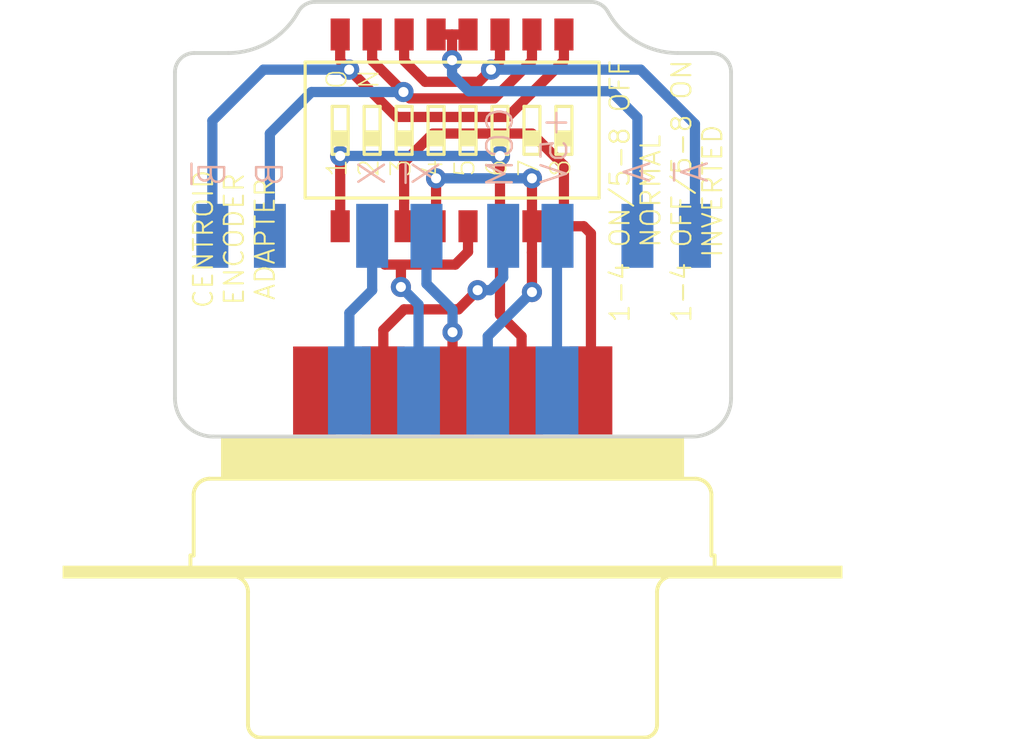
<source format=kicad_pcb>
(kicad_pcb (version 20171130) (host pcbnew "(5.0.0)")

  (general
    (thickness 1.6)
    (drawings 16)
    (tracks 96)
    (zones 0)
    (modules 10)
    (nets 14)
  )

  (page A4)
  (layers
    (0 Top signal)
    (31 Bottom signal)
    (32 B.Adhes user hide)
    (33 F.Adhes user hide)
    (34 B.Paste user hide)
    (35 F.Paste user hide)
    (36 B.SilkS user)
    (37 F.SilkS user)
    (38 B.Mask user hide)
    (39 F.Mask user hide)
    (40 Dwgs.User user hide)
    (41 Cmts.User user hide)
    (42 Eco1.User user hide)
    (43 Eco2.User user hide)
    (44 Edge.Cuts user)
    (45 Margin user hide)
    (46 B.CrtYd user hide)
    (47 F.CrtYd user hide)
    (48 B.Fab user hide)
    (49 F.Fab user hide)
  )

  (setup
    (last_trace_width 0.4064)
    (trace_clearance 0.254)
    (zone_clearance 0.508)
    (zone_45_only no)
    (trace_min 0.2)
    (segment_width 0.2)
    (edge_width 0.15)
    (via_size 0.8)
    (via_drill 0.4)
    (via_min_size 0.4)
    (via_min_drill 0.3)
    (uvia_size 0.3)
    (uvia_drill 0.1)
    (uvias_allowed no)
    (uvia_min_size 0.2)
    (uvia_min_drill 0.1)
    (pcb_text_width 0.3)
    (pcb_text_size 1.5 1.5)
    (mod_edge_width 0.15)
    (mod_text_size 1 1)
    (mod_text_width 0.15)
    (pad_size 1.524 1.524)
    (pad_drill 0.762)
    (pad_to_mask_clearance 0.2)
    (aux_axis_origin 0 0)
    (visible_elements 7FFFFFFF)
    (pcbplotparams
      (layerselection 0x010fc_ffffffff)
      (usegerberextensions false)
      (usegerberattributes false)
      (usegerberadvancedattributes false)
      (creategerberjobfile false)
      (excludeedgelayer true)
      (linewidth 0.100000)
      (plotframeref false)
      (viasonmask false)
      (mode 1)
      (useauxorigin false)
      (hpglpennumber 1)
      (hpglpenspeed 20)
      (hpglpendiameter 15.000000)
      (psnegative false)
      (psa4output false)
      (plotreference true)
      (plotvalue true)
      (plotinvisibletext false)
      (padsonsilk false)
      (subtractmaskfromsilk false)
      (outputformat 1)
      (mirror false)
      (drillshape 1)
      (scaleselection 1)
      (outputdirectory ""))
  )

  (net 0 "")
  (net 1 "Net-(S1-Pad11)")
  (net 2 "Net-(X1-Pad1)")
  (net 3 "Net-(+5V1-Pad1)")
  (net 4 "Net-(COM1-Pad1)")
  (net 5 "Net-(B1-Pad1)")
  (net 6 "Net-(A1-Pad1)")
  (net 7 "Net-(S1-Pad16)")
  (net 8 "Net-(S1-Pad3)")
  (net 9 "Net-(S1-Pad4)")
  (net 10 "Net-(S1-Pad1)")
  (net 11 "Net-(S1-Pad2)")
  (net 12 "Net-(X1-Pad6)")
  (net 13 "Net-(X1-Pad3)")

  (net_class Default "This is the default net class."
    (clearance 0.254)
    (trace_width 0.4064)
    (via_dia 0.8)
    (via_drill 0.4)
    (uvia_dia 0.3)
    (uvia_drill 0.1)
    (add_net "Net-(+5V1-Pad1)")
    (add_net "Net-(A1-Pad1)")
    (add_net "Net-(B1-Pad1)")
    (add_net "Net-(COM1-Pad1)")
    (add_net "Net-(S1-Pad1)")
    (add_net "Net-(S1-Pad11)")
    (add_net "Net-(S1-Pad16)")
    (add_net "Net-(S1-Pad2)")
    (add_net "Net-(S1-Pad3)")
    (add_net "Net-(S1-Pad4)")
    (add_net "Net-(X1-Pad1)")
    (add_net "Net-(X1-Pad3)")
    (add_net "Net-(X1-Pad6)")
  )

  (module "Encoder Inverting Connector:SMD1,27-2,54" (layer Bottom) (tedit 5BB2638C) (tstamp 5BC1945E)
    (at 152.654 105.664)
    (descr "<b>SMD PAD</b>")
    (path /114EFE9F)
    (fp_text reference +5V (at 0.47 -5.194 90) (layer B.SilkS)
      (effects (font (size 1.016 1.016) (thickness 0.09652)) (justify left bottom mirror))
    )
    (fp_text value SMD2 (at 0 0 180) (layer B.Fab)
      (effects (font (size 0.02413 0.02413) (thickness 0.00193)) (justify left bottom mirror))
    )
    (pad 1 smd rect (at 0 0) (size 1.27 2.54) (layers Bottom B.Paste B.Mask)
      (net 3 "Net-(+5V1-Pad1)") (solder_mask_margin 0.1016))
  )

  (module "Encoder Inverting Connector:SMD1,27-2,54" (layer Bottom) (tedit 5BB26397) (tstamp 5BC19482)
    (at 155.829 105.664)
    (descr "<b>SMD PAD</b>")
    (path /90959FF9)
    (fp_text reference A (at 0.597 -3.035 90) (layer B.SilkS)
      (effects (font (size 1.016 1.016) (thickness 0.09652)) (justify left bottom mirror))
    )
    (fp_text value SMD2 (at 0 0 180) (layer B.Fab)
      (effects (font (size 0.02413 0.02413) (thickness 0.00193)) (justify left bottom mirror))
    )
    (pad 1 smd rect (at 0 0) (size 1.27 2.54) (layers Bottom B.Paste B.Mask)
      (net 6 "Net-(A1-Pad1)") (solder_mask_margin 0.1016))
  )

  (module "Encoder Inverting Connector:SMD1,27-2,54" (layer Bottom) (tedit 5BB26366) (tstamp 5BC19542)
    (at 141.224 105.664)
    (descr "<b>SMD PAD</b>")
    (path /076DD394)
    (fp_text reference B (at 0.597 -3.035 90) (layer B.SilkS)
      (effects (font (size 1.016 1.016) (thickness 0.09652)) (justify left bottom mirror))
    )
    (fp_text value SMD2 (at 0 0 180) (layer B.Fab)
      (effects (font (size 0.02413 0.02413) (thickness 0.00193)) (justify left bottom mirror))
    )
    (pad 1 smd rect (at 0 0) (size 1.27 2.54) (layers Bottom B.Paste B.Mask)
      (net 5 "Net-(B1-Pad1)") (solder_mask_margin 0.1016))
  )

  (module "Encoder Inverting Connector:SMD1,27-2,54" (layer Bottom) (tedit 5BB26382) (tstamp 5BC19476)
    (at 150.495 105.664)
    (descr "<b>SMD PAD</b>")
    (path /2FC8A886)
    (fp_text reference COM (at 0.47 -5.194 90) (layer B.SilkS)
      (effects (font (size 1.016 1.016) (thickness 0.09652)) (justify left bottom mirror))
    )
    (fp_text value SMD2 (at 0 0 180) (layer B.Fab)
      (effects (font (size 0.02413 0.02413) (thickness 0.00193)) (justify left bottom mirror))
    )
    (pad 1 smd rect (at 0 0) (size 1.27 2.54) (layers Bottom B.Paste B.Mask)
      (net 4 "Net-(COM1-Pad1)") (solder_mask_margin 0.1016))
  )

  (module "Encoder Inverting Connector:CHS-08B" (layer Top) (tedit 0) (tstamp 5BC195C3)
    (at 144.018 101.473)
    (descr "8 bits, gull wing")
    (path /F0F08ACE)
    (fp_text reference S1 (at -1.905 2.54 90) (layer F.SilkS) hide
      (effects (font (size 1.2065 1.2065) (thickness 0.1016)) (justify right top))
    )
    (fp_text value CHS-08TB (at 12.065 2.54 90) (layer F.Fab) hide
      (effects (font (size 1.2065 1.2065) (thickness 0.1016)) (justify right top))
    )
    (fp_line (start -1.3918 2.688) (end 10.2882 2.688) (layer F.SilkS) (width 0.127))
    (fp_line (start 10.2882 2.688) (end 10.2882 -2.712) (layer F.SilkS) (width 0.127))
    (fp_line (start 10.2882 -2.712) (end -1.3918 -2.712) (layer F.SilkS) (width 0.127))
    (fp_line (start -1.3918 -2.712) (end -1.3918 2.688) (layer F.SilkS) (width 0.127))
    (fp_line (start -0.3175 -0.9525) (end 0.3175 -0.9525) (layer F.SilkS) (width 0.127))
    (fp_line (start 0.3175 -0.9525) (end 0.3175 0.9525) (layer F.SilkS) (width 0.127))
    (fp_line (start 0.3175 0.9525) (end -0.3175 0.9525) (layer F.SilkS) (width 0.127))
    (fp_line (start -0.3175 0.9525) (end -0.3175 -0.9525) (layer F.SilkS) (width 0.127))
    (fp_line (start 0.9525 -0.9525) (end 1.5875 -0.9525) (layer F.SilkS) (width 0.127))
    (fp_line (start 1.5875 -0.9525) (end 1.5875 0.9525) (layer F.SilkS) (width 0.127))
    (fp_line (start 1.5875 0.9525) (end 0.9525 0.9525) (layer F.SilkS) (width 0.127))
    (fp_line (start 0.9525 0.9525) (end 0.9525 -0.9525) (layer F.SilkS) (width 0.127))
    (fp_line (start 0.127 -3.937) (end 0.127 -2.794) (layer F.Fab) (width 0.127))
    (fp_line (start 0.127 -3.937) (end -0.127 -3.937) (layer F.Fab) (width 0.127))
    (fp_line (start -0.127 -3.937) (end -0.127 -2.794) (layer F.Fab) (width 0.127))
    (fp_line (start 1.143 -2.794) (end 1.143 -3.937) (layer F.Fab) (width 0.127))
    (fp_line (start 1.143 -3.937) (end 1.397 -3.937) (layer F.Fab) (width 0.127))
    (fp_line (start 1.397 -3.937) (end 1.397 -2.794) (layer F.Fab) (width 0.127))
    (fp_line (start -0.127 2.794) (end -0.127 3.937) (layer F.Fab) (width 0.127))
    (fp_line (start -0.127 3.937) (end 0.127 3.937) (layer F.Fab) (width 0.127))
    (fp_line (start 0.127 3.937) (end 0.127 2.794) (layer F.Fab) (width 0.127))
    (fp_line (start 1.143 2.794) (end 1.143 3.937) (layer F.Fab) (width 0.127))
    (fp_line (start 1.143 3.937) (end 1.397 3.937) (layer F.Fab) (width 0.127))
    (fp_line (start 1.397 3.937) (end 1.397 2.794) (layer F.Fab) (width 0.127))
    (fp_line (start 2.667 -3.937) (end 2.667 -2.794) (layer F.Fab) (width 0.127))
    (fp_line (start 2.667 -3.937) (end 2.413 -3.937) (layer F.Fab) (width 0.127))
    (fp_line (start 2.413 -3.937) (end 2.413 -2.794) (layer F.Fab) (width 0.127))
    (fp_line (start 3.683 -2.794) (end 3.683 -3.937) (layer F.Fab) (width 0.127))
    (fp_line (start 3.683 -3.937) (end 3.937 -3.937) (layer F.Fab) (width 0.127))
    (fp_line (start 3.937 -3.937) (end 3.937 -2.794) (layer F.Fab) (width 0.127))
    (fp_line (start 5.207 -3.937) (end 5.207 -2.794) (layer F.Fab) (width 0.127))
    (fp_line (start 5.207 -3.937) (end 4.953 -3.937) (layer F.Fab) (width 0.127))
    (fp_line (start 4.953 -3.937) (end 4.953 -2.794) (layer F.Fab) (width 0.127))
    (fp_line (start 6.223 -2.794) (end 6.223 -3.937) (layer F.Fab) (width 0.127))
    (fp_line (start 6.223 -3.937) (end 6.477 -3.937) (layer F.Fab) (width 0.127))
    (fp_line (start 6.477 -3.937) (end 6.477 -2.794) (layer F.Fab) (width 0.127))
    (fp_line (start 7.747 -3.937) (end 7.747 -2.794) (layer F.Fab) (width 0.127))
    (fp_line (start 7.747 -3.937) (end 7.493 -3.937) (layer F.Fab) (width 0.127))
    (fp_line (start 7.493 -3.937) (end 7.493 -2.794) (layer F.Fab) (width 0.127))
    (fp_line (start 8.763 -2.794) (end 8.763 -3.937) (layer F.Fab) (width 0.127))
    (fp_line (start 8.763 -3.937) (end 9.017 -3.937) (layer F.Fab) (width 0.127))
    (fp_line (start 9.017 -3.937) (end 9.017 -2.794) (layer F.Fab) (width 0.127))
    (fp_line (start 4.953 2.794) (end 4.953 3.937) (layer F.Fab) (width 0.127))
    (fp_line (start 4.953 3.937) (end 5.207 3.937) (layer F.Fab) (width 0.127))
    (fp_line (start 5.207 3.937) (end 5.207 2.794) (layer F.Fab) (width 0.127))
    (fp_line (start 6.223 2.794) (end 6.223 3.937) (layer F.Fab) (width 0.127))
    (fp_line (start 6.223 3.937) (end 6.477 3.937) (layer F.Fab) (width 0.127))
    (fp_line (start 6.477 3.937) (end 6.477 2.794) (layer F.Fab) (width 0.127))
    (fp_line (start 2.413 2.794) (end 2.413 3.937) (layer F.Fab) (width 0.127))
    (fp_line (start 2.413 3.937) (end 2.667 3.937) (layer F.Fab) (width 0.127))
    (fp_line (start 2.667 3.937) (end 2.667 2.794) (layer F.Fab) (width 0.127))
    (fp_line (start 3.683 2.794) (end 3.683 3.937) (layer F.Fab) (width 0.127))
    (fp_line (start 3.683 3.937) (end 3.937 3.937) (layer F.Fab) (width 0.127))
    (fp_line (start 3.937 3.937) (end 3.937 2.794) (layer F.Fab) (width 0.127))
    (fp_line (start 7.493 2.794) (end 7.493 3.937) (layer F.Fab) (width 0.127))
    (fp_line (start 7.493 3.937) (end 7.747 3.937) (layer F.Fab) (width 0.127))
    (fp_line (start 7.747 3.937) (end 7.747 2.794) (layer F.Fab) (width 0.127))
    (fp_line (start 8.763 2.794) (end 8.763 3.937) (layer F.Fab) (width 0.127))
    (fp_line (start 8.763 3.937) (end 9.017 3.937) (layer F.Fab) (width 0.127))
    (fp_line (start 9.017 3.937) (end 9.017 2.794) (layer F.Fab) (width 0.127))
    (fp_line (start 2.2225 -0.9525) (end 2.8575 -0.9525) (layer F.SilkS) (width 0.127))
    (fp_line (start 2.8575 -0.9525) (end 2.8575 0.9525) (layer F.SilkS) (width 0.127))
    (fp_line (start 2.8575 0.9525) (end 2.2225 0.9525) (layer F.SilkS) (width 0.127))
    (fp_line (start 2.2225 0.9525) (end 2.2225 -0.9525) (layer F.SilkS) (width 0.127))
    (fp_line (start 3.4925 -0.9525) (end 4.1275 -0.9525) (layer F.SilkS) (width 0.127))
    (fp_line (start 4.1275 -0.9525) (end 4.1275 0.9525) (layer F.SilkS) (width 0.127))
    (fp_line (start 4.1275 0.9525) (end 3.4925 0.9525) (layer F.SilkS) (width 0.127))
    (fp_line (start 3.4925 0.9525) (end 3.4925 -0.9525) (layer F.SilkS) (width 0.127))
    (fp_line (start 4.7625 -0.9525) (end 5.3975 -0.9525) (layer F.SilkS) (width 0.127))
    (fp_line (start 5.3975 -0.9525) (end 5.3975 0.9525) (layer F.SilkS) (width 0.127))
    (fp_line (start 5.3975 0.9525) (end 4.7625 0.9525) (layer F.SilkS) (width 0.127))
    (fp_line (start 4.7625 0.9525) (end 4.7625 -0.9525) (layer F.SilkS) (width 0.127))
    (fp_line (start 6.0325 -0.9525) (end 6.6675 -0.9525) (layer F.SilkS) (width 0.127))
    (fp_line (start 6.6675 -0.9525) (end 6.6675 0.9525) (layer F.SilkS) (width 0.127))
    (fp_line (start 6.6675 0.9525) (end 6.0325 0.9525) (layer F.SilkS) (width 0.127))
    (fp_line (start 6.0325 0.9525) (end 6.0325 -0.9525) (layer F.SilkS) (width 0.127))
    (fp_line (start 7.3025 -0.9525) (end 7.9375 -0.9525) (layer F.SilkS) (width 0.127))
    (fp_line (start 7.9375 -0.9525) (end 7.9375 0.9525) (layer F.SilkS) (width 0.127))
    (fp_line (start 7.9375 0.9525) (end 7.3025 0.9525) (layer F.SilkS) (width 0.127))
    (fp_line (start 7.3025 0.9525) (end 7.3025 -0.9525) (layer F.SilkS) (width 0.127))
    (fp_line (start 8.5725 -0.9525) (end 9.2075 -0.9525) (layer F.SilkS) (width 0.127))
    (fp_line (start 9.2075 -0.9525) (end 9.2075 0.9525) (layer F.SilkS) (width 0.127))
    (fp_line (start 9.2075 0.9525) (end 8.5725 0.9525) (layer F.SilkS) (width 0.127))
    (fp_line (start 8.5725 0.9525) (end 8.5725 -0.9525) (layer F.SilkS) (width 0.127))
    (fp_text user O (at 0.3175 -1.5875 90) (layer F.SilkS)
      (effects (font (size 0.77216 0.77216) (thickness 0.065024)) (justify left bottom))
    )
    (fp_text user N (at 1.5875 -1.5875 90) (layer F.SilkS)
      (effects (font (size 0.77216 0.77216) (thickness 0.065024)) (justify left bottom))
    )
    (fp_text user 1 (at 0.3175 1.905 90) (layer F.SilkS)
      (effects (font (size 0.77216 0.77216) (thickness 0.065024)) (justify left bottom))
    )
    (fp_text user 2 (at 1.5875 1.905 90) (layer F.SilkS)
      (effects (font (size 0.77216 0.77216) (thickness 0.065024)) (justify left bottom))
    )
    (fp_text user 3 (at 2.8575 1.905 90) (layer F.SilkS)
      (effects (font (size 0.77216 0.77216) (thickness 0.065024)) (justify left bottom))
    )
    (fp_text user 4 (at 4.1275 1.905 90) (layer F.SilkS)
      (effects (font (size 0.77216 0.77216) (thickness 0.065024)) (justify left bottom))
    )
    (fp_text user 5 (at 5.3975 1.905 90) (layer F.SilkS)
      (effects (font (size 0.77216 0.77216) (thickness 0.065024)) (justify left bottom))
    )
    (fp_text user 6 (at 6.6675 1.905 90) (layer F.SilkS)
      (effects (font (size 0.77216 0.77216) (thickness 0.065024)) (justify left bottom))
    )
    (fp_text user 7 (at 7.9375 1.905 90) (layer F.SilkS)
      (effects (font (size 0.77216 0.77216) (thickness 0.065024)) (justify left bottom))
    )
    (fp_text user 8 (at 9.2075 1.905 90) (layer F.SilkS)
      (effects (font (size 0.77216 0.77216) (thickness 0.065024)) (justify left bottom))
    )
    (fp_poly (pts (xy -0.3175 0.635) (xy 0.3175 0.635) (xy 0.3175 0) (xy -0.3175 0)) (layer F.SilkS) (width 0))
    (fp_poly (pts (xy 0.9525 0.635) (xy 1.5875 0.635) (xy 1.5875 0) (xy 0.9525 0)) (layer F.SilkS) (width 0))
    (fp_poly (pts (xy 2.2225 0.635) (xy 2.8575 0.635) (xy 2.8575 0) (xy 2.2225 0)) (layer F.SilkS) (width 0))
    (fp_poly (pts (xy 3.4925 0.635) (xy 4.1275 0.635) (xy 4.1275 0) (xy 3.4925 0)) (layer F.SilkS) (width 0))
    (fp_poly (pts (xy 4.7625 0.635) (xy 5.3975 0.635) (xy 5.3975 0) (xy 4.7625 0)) (layer F.SilkS) (width 0))
    (fp_poly (pts (xy 6.0325 0.635) (xy 6.6675 0.635) (xy 6.6675 0) (xy 6.0325 0)) (layer F.SilkS) (width 0))
    (fp_poly (pts (xy 7.3025 0.635) (xy 7.9375 0.635) (xy 7.9375 0) (xy 7.3025 0)) (layer F.SilkS) (width 0))
    (fp_poly (pts (xy 8.5725 0.635) (xy 9.2075 0.635) (xy 9.2075 0) (xy 8.5725 0)) (layer F.SilkS) (width 0))
    (pad 1 smd rect (at 0 3.81) (size 0.76 1.27) (layers Top F.Paste F.Mask)
      (net 10 "Net-(S1-Pad1)") (solder_mask_margin 0.1016))
    (pad 2 smd rect (at 1.27 3.81) (size 0.76 1.27) (layers Top F.Paste F.Mask)
      (net 11 "Net-(S1-Pad2)") (solder_mask_margin 0.1016))
    (pad 4 smd rect (at 3.81 3.81) (size 0.76 1.27) (layers Top F.Paste F.Mask)
      (net 9 "Net-(S1-Pad4)") (solder_mask_margin 0.1016))
    (pad 3 smd rect (at 2.54 3.81) (size 0.76 1.27) (layers Top F.Paste F.Mask)
      (net 8 "Net-(S1-Pad3)") (solder_mask_margin 0.1016))
    (pad 5 smd rect (at 5.08 3.81) (size 0.76 1.27) (layers Top F.Paste F.Mask)
      (net 11 "Net-(S1-Pad2)") (solder_mask_margin 0.1016))
    (pad 6 smd rect (at 6.35 3.81) (size 0.76 1.27) (layers Top F.Paste F.Mask)
      (net 10 "Net-(S1-Pad1)") (solder_mask_margin 0.1016))
    (pad 7 smd rect (at 7.62 3.81) (size 0.76 1.27) (layers Top F.Paste F.Mask)
      (net 9 "Net-(S1-Pad4)") (solder_mask_margin 0.1016))
    (pad 8 smd rect (at 8.89 3.81) (size 0.76 1.27) (layers Top F.Paste F.Mask)
      (net 8 "Net-(S1-Pad3)") (solder_mask_margin 0.1016))
    (pad 9 smd rect (at 8.89 -3.81) (size 0.76 1.27) (layers Top F.Paste F.Mask)
      (net 7 "Net-(S1-Pad16)") (solder_mask_margin 0.1016))
    (pad 10 smd rect (at 7.62 -3.81) (size 0.76 1.27) (layers Top F.Paste F.Mask)
      (net 5 "Net-(B1-Pad1)") (solder_mask_margin 0.1016))
    (pad 11 smd rect (at 6.35 -3.81) (size 0.76 1.27) (layers Top F.Paste F.Mask)
      (net 1 "Net-(S1-Pad11)") (solder_mask_margin 0.1016))
    (pad 12 smd rect (at 5.08 -3.81) (size 0.76 1.27) (layers Top F.Paste F.Mask)
      (net 6 "Net-(A1-Pad1)") (solder_mask_margin 0.1016))
    (pad 13 smd rect (at 3.81 -3.81) (size 0.76 1.27) (layers Top F.Paste F.Mask)
      (net 6 "Net-(A1-Pad1)") (solder_mask_margin 0.1016))
    (pad 14 smd rect (at 2.54 -3.81) (size 0.76 1.27) (layers Top F.Paste F.Mask)
      (net 1 "Net-(S1-Pad11)") (solder_mask_margin 0.1016))
    (pad 15 smd rect (at 1.27 -3.81) (size 0.76 1.27) (layers Top F.Paste F.Mask)
      (net 5 "Net-(B1-Pad1)") (solder_mask_margin 0.1016))
    (pad 16 smd rect (at 0 -3.81) (size 0.76 1.27) (layers Top F.Paste F.Mask)
      (net 7 "Net-(S1-Pad16)") (solder_mask_margin 0.1016))
  )

  (module "Encoder Inverting Connector:M09D" (layer Top) (tedit 5BB26457) (tstamp 5BC194CE)
    (at 148.48205 117.856 180)
    (descr <b>SUB-D</b>)
    (path /00B725B9)
    (fp_text reference X1 (at -11.15 6.7 180) (layer F.SilkS) hide
      (effects (font (size 1.6891 1.6891) (thickness 0.1778)) (justify right top))
    )
    (fp_text value 172-E09-103R001 (at 1.27 10.16 180) (layer F.Fab) hide
      (effects (font (size 1.6891 1.6891) (thickness 0.1778)) (justify right top))
    )
    (fp_arc (start -7.62 -7.239) (end -8.128 -7.239) (angle 90) (layer F.SilkS) (width 0.1524))
    (fp_arc (start 7.62 -7.239) (end 7.62 -7.747) (angle 90) (layer F.SilkS) (width 0.1524))
    (fp_line (start -10.414 -0.508) (end -10.414 -1.016) (layer F.SilkS) (width 0.1524))
    (fp_line (start -10.414 -0.508) (end -10.287 -0.508) (layer F.SilkS) (width 0.1524))
    (fp_arc (start -9.652 1.905) (end -10.287 1.905) (angle -90) (layer F.SilkS) (width 0.1524))
    (fp_line (start -10.287 1.905) (end -10.287 -0.508) (layer F.SilkS) (width 0.1524))
    (fp_line (start -9.671 2.54) (end 9.671 2.54) (layer F.SilkS) (width 0.1524))
    (fp_line (start 10.414 -0.508) (end 10.414 -1.016) (layer F.SilkS) (width 0.1524))
    (fp_line (start 10.287 1.905) (end 10.287 -0.508) (layer F.SilkS) (width 0.1524))
    (fp_line (start 10.287 -0.508) (end 10.414 -0.508) (layer F.SilkS) (width 0.1524))
    (fp_arc (start 9.652 1.905) (end 9.652 2.54) (angle -90) (layer F.SilkS) (width 0.1524))
    (fp_line (start -8.128 -1.959) (end -8.128 -7.239) (layer F.SilkS) (width 0.1524))
    (fp_arc (start -8.763 -1.959) (end -8.763 -1.324) (angle -90) (layer F.SilkS) (width 0.1524))
    (fp_line (start 8.128 -1.959) (end 8.128 -7.239) (layer F.SilkS) (width 0.1524))
    (fp_arc (start 8.763 -1.959) (end 8.128 -1.959) (angle -90) (layer F.SilkS) (width 0.1524))
    (fp_line (start -7.62 -7.747) (end 7.62 -7.747) (layer F.SilkS) (width 0.1524))
    (fp_line (start -16.4592 2.7432) (end -15.0876 4.1148) (layer Cmts.User) (width 0))
    (fp_line (start -15.0876 4.1148) (end -13.716 2.7432) (layer Cmts.User) (width 0))
    (fp_line (start -13.716 2.7432) (end -12.3444 4.1148) (layer Cmts.User) (width 0))
    (fp_line (start -12.3444 4.1148) (end -10.9728 2.7432) (layer Cmts.User) (width 0))
    (fp_line (start 10.9728 2.7432) (end 12.3444 4.1148) (layer Cmts.User) (width 0))
    (fp_line (start 12.3444 4.1148) (end 13.716 2.7432) (layer Cmts.User) (width 0))
    (fp_line (start 13.716 2.7432) (end 15.0876 4.1148) (layer Cmts.User) (width 0))
    (fp_line (start 15.0876 4.1148) (end 16.4592 2.7432) (layer Cmts.User) (width 0))
    (fp_line (start -17.018 4.2418) (end -10.0076 4.2418) (layer Cmts.User) (width 0))
    (fp_line (start 10.922 4.2418) (end 17.9324 4.2418) (layer Cmts.User) (width 0))
    (fp_text user 1 (at 4.85 2.1786 180) (layer F.SilkS) hide
      (effects (font (size 1.2065 1.2065) (thickness 0.127)) (justify left bottom))
    )
    (fp_text user 5 (at -6.1 2.2 180) (layer F.SilkS) hide
      (effects (font (size 1.2065 1.2065) (thickness 0.127)) (justify left bottom))
    )
    (fp_text user 9 (at -3.5 2.1966 180) (layer B.SilkS) hide
      (effects (font (size 1.2065 1.2065) (thickness 0.127)) (justify left bottom mirror))
    )
    (fp_text user 6 (at 4.55 2.2 180) (layer B.SilkS) hide
      (effects (font (size 1.2065 1.2065) (thickness 0.127)) (justify left bottom mirror))
    )
    (fp_text user Board (at 11.43 2.54 180) (layer Cmts.User)
      (effects (font (size 1.2065 1.2065) (thickness 0.1016)) (justify left bottom))
    )
    (fp_text user M09D (at -7.62 -5.969 180) (layer F.Fab)
      (effects (font (size 1.2065 1.2065) (thickness 0.127)) (justify left bottom))
    )
    (fp_text user "Board " (at -16.51 2.54 180) (layer Cmts.User)
      (effects (font (size 1.2065 1.2065) (thickness 0.1016)) (justify left bottom))
    )
    (fp_poly (pts (xy -15.494 -0.916) (xy 15.494 -0.916) (xy 15.494 -1.424) (xy -15.494 -1.424)) (layer F.SilkS) (width 0))
    (fp_poly (pts (xy -6.0864 6.56) (xy -4.8864 6.56) (xy -4.8864 4.06) (xy -6.0864 4.06)) (layer F.Fab) (width 0))
    (fp_poly (pts (xy -4.7148 6.56) (xy -3.5148 6.56) (xy -3.5148 4.06) (xy -4.7148 4.06)) (layer B.Fab) (width 0))
    (fp_poly (pts (xy -1.9716 6.56) (xy -0.7716 6.56) (xy -0.7716 4.06) (xy -1.9716 4.06)) (layer B.Fab) (width 0))
    (fp_poly (pts (xy 0.7716 6.56) (xy 1.9716 6.56) (xy 1.9716 4.06) (xy 0.7716 4.06)) (layer B.Fab) (width 0))
    (fp_poly (pts (xy -3.3432 6.56) (xy -2.1432 6.56) (xy -2.1432 4.06) (xy -3.3432 4.06)) (layer F.Fab) (width 0))
    (fp_poly (pts (xy -0.6 6.56) (xy 0.6 6.56) (xy 0.6 4.06) (xy -0.6 4.06)) (layer F.Fab) (width 0))
    (fp_poly (pts (xy 2.1432 6.56) (xy 3.3432 6.56) (xy 3.3432 4.06) (xy 2.1432 4.06)) (layer F.Fab) (width 0))
    (fp_poly (pts (xy 4.8864 6.56) (xy 6.0864 6.56) (xy 6.0864 4.06) (xy 4.8864 4.06)) (layer F.Fab) (width 0))
    (fp_poly (pts (xy 3.5148 6.56) (xy 4.7148 6.56) (xy 4.7148 4.06) (xy 3.5148 4.06)) (layer B.Fab) (width 0))
    (fp_poly (pts (xy -9.2 4.16) (xy 9.2 4.16) (xy 9.2 2.56) (xy -9.2 2.56)) (layer F.SilkS) (width 0))
    (pad 1 smd rect (at 5.4862 6.0448 180) (size 1.7 3.5) (layers Top F.Paste F.Mask)
      (net 2 "Net-(X1-Pad1)") (solder_mask_margin 0.1016))
    (pad 2 smd rect (at 2.75 6.05 180) (size 1.7 3.5) (layers Top F.Paste F.Mask)
      (net 4 "Net-(COM1-Pad1)") (solder_mask_margin 0.1016))
    (pad 3 smd rect (at 0 6.045 180) (size 1.7 3.5) (layers Top F.Paste F.Mask)
      (net 13 "Net-(X1-Pad3)") (solder_mask_margin 0.1016))
    (pad 4 smd rect (at -2.7434 6.0448 180) (size 1.7 3.5) (layers Top F.Paste F.Mask)
      (net 10 "Net-(S1-Pad1)") (solder_mask_margin 0.1016))
    (pad 5 smd rect (at -5.5 6.05 180) (size 1.7 3.5) (layers Top F.Paste F.Mask)
      (net 8 "Net-(S1-Pad3)") (solder_mask_margin 0.1016))
    (pad 6 smd rect (at 4.1 6.05 180) (size 1.7 3.5) (layers Bottom B.Paste B.Mask)
      (net 12 "Net-(X1-Pad6)") (solder_mask_margin 0.1016))
    (pad 7 smd rect (at 1.35 6.0452 180) (size 1.7 3.5) (layers Bottom B.Paste B.Mask)
      (net 11 "Net-(S1-Pad2)") (solder_mask_margin 0.1016))
    (pad 8 smd rect (at -1.4 6.0452 180) (size 1.7 3.5) (layers Bottom B.Paste B.Mask)
      (net 9 "Net-(S1-Pad4)") (solder_mask_margin 0.1016))
    (pad 9 smd rect (at -4.15 6.05 180) (size 1.7 3.5) (layers Bottom B.Paste B.Mask)
      (net 3 "Net-(+5V1-Pad1)") (solder_mask_margin 0.1016))
  )

  (module "Encoder Inverting Connector:SMD1,27-2,54" (layer Bottom) (tedit 5BB2636F) (tstamp 5BC1948E)
    (at 145.288 105.664)
    (descr "<b>SMD PAD</b>")
    (path /A70CC7A1)
    (fp_text reference X (at 0.597 -3.035 90) (layer B.SilkS)
      (effects (font (size 1.016 1.016) (thickness 0.09652)) (justify left bottom mirror))
    )
    (fp_text value SMD2 (at 0 0 180) (layer B.Fab)
      (effects (font (size 0.02413 0.02413) (thickness 0.00193)) (justify left bottom mirror))
    )
    (pad 1 smd rect (at 0 0) (size 1.27 2.54) (layers Bottom B.Paste B.Mask)
      (net 12 "Net-(X1-Pad6)") (solder_mask_margin 0.1016))
  )

  (module "Encoder Inverting Connector:SMD1,27-2,54" (layer Bottom) (tedit 5BB263A0) (tstamp 5BC1946A)
    (at 158.115 105.664)
    (descr "<b>SMD PAD</b>")
    (path /25A7D036)
    (fp_text reference ~A~ (at 0.597 -3.035 90) (layer B.SilkS)
      (effects (font (size 1.016 1.016) (thickness 0.09652)) (justify left bottom mirror))
    )
    (fp_text value SMD2 (at 0 0 180) (layer B.Fab)
      (effects (font (size 0.02413 0.02413) (thickness 0.00193)) (justify left bottom mirror))
    )
    (pad 1 smd rect (at 0 0) (size 1.27 2.54) (layers Bottom B.Paste B.Mask)
      (net 1 "Net-(S1-Pad11)") (solder_mask_margin 0.1016))
  )

  (module "Encoder Inverting Connector:SMD1,27-2,54" (layer Bottom) (tedit 5BB2635B) (tstamp 5BC196C5)
    (at 138.938 105.664)
    (descr "<b>SMD PAD</b>")
    (path /1E26806E)
    (fp_text reference ~B~ (at 0.597 -3.035 90) (layer B.SilkS)
      (effects (font (size 1.016 1.016) (thickness 0.09652)) (justify left bottom mirror))
    )
    (fp_text value SMD2 (at 0 0 180) (layer B.Fab)
      (effects (font (size 0.02413 0.02413) (thickness 0.00193)) (justify left bottom mirror))
    )
    (pad 1 smd rect (at 0 0) (size 1.27 2.54) (layers Bottom B.Paste B.Mask)
      (net 7 "Net-(S1-Pad16)") (solder_mask_margin 0.1016))
  )

  (module "Encoder Inverting Connector:SMD1,27-2,54" (layer Bottom) (tedit 5BB26378) (tstamp 5BC196B9)
    (at 147.447 105.664)
    (descr "<b>SMD PAD</b>")
    (path /45FC8044)
    (fp_text reference ~X~ (at 0.597 -3.035 90) (layer B.SilkS)
      (effects (font (size 1.016 1.016) (thickness 0.09652)) (justify left bottom mirror))
    )
    (fp_text value SMD2 (at 0 0 180) (layer B.Fab)
      (effects (font (size 0.02413 0.02413) (thickness 0.00193)) (justify left bottom mirror))
    )
    (pad 1 smd rect (at 0 0) (size 1.27 2.54) (layers Bottom B.Paste B.Mask)
      (net 13 "Net-(X1-Pad3)") (solder_mask_margin 0.1016))
  )

  (gr_line (start 138.9761 113.6396) (end 157.988 113.6396) (layer Edge.Cuts) (width 0.15))
  (gr_line (start 157.432223 98.3996) (end 158.7881 98.3996) (layer Edge.Cuts) (width 0.15))
  (gr_line (start 138.2141 98.399602) (end 139.569977 98.3996) (layer Edge.Cuts) (width 0.15))
  (gr_line (start 137.4521 99.161602) (end 137.4521 112.115602) (layer Edge.Cuts) (width 0.15) (tstamp 55F8AD0))
  (gr_line (start 153.9868 96.367602) (end 143.0154 96.367602) (layer Edge.Cuts) (width 0.15) (tstamp 55F99B0))
  (gr_line (start 159.5501 112.115602) (end 159.5501 99.161602) (layer Edge.Cuts) (width 0.15) (tstamp 55FA350))
  (gr_arc (start 138.9761 112.115602) (end 137.4521 112.115602) (angle -90) (layer Edge.Cuts) (width 0.15) (tstamp 55FA510))
  (gr_arc (start 138.2141 99.161602) (end 138.2141 98.399602) (angle -90) (layer Edge.Cuts) (width 0.15) (tstamp 55F7410))
  (gr_arc (start 139.56998 95.224603) (end 139.569981 98.399602) (angle -61.061402) (layer Edge.Cuts) (width 0.15) (tstamp 55F9390))
  (gr_arc (start 143.015399 97.129604) (end 143.0154 96.367602) (angle -61.061494) (layer Edge.Cuts) (width 0.15) (tstamp 55F7170))
  (gr_arc (start 153.986798 97.129602) (end 154.653659 96.760893) (angle -61.061608) (layer Edge.Cuts) (width 0.15) (tstamp 55FA6D0))
  (gr_arc (start 157.432224 95.224604) (end 154.653659 96.760893) (angle -61.061339) (layer Edge.Cuts) (width 0.15) (tstamp 55F91D0))
  (gr_arc (start 158.7881 99.161602) (end 159.5501 99.161602) (angle -90) (layer Edge.Cuts) (width 0.15) (tstamp 55F9A90))
  (gr_arc (start 158.0261 112.115602) (end 158.0261 113.639602) (angle -90) (layer Edge.Cuts) (width 0.15) (tstamp 55F76B0))
  (gr_text "1-4 ON/5-8 OFF\nNORMAL\n1-4 OFF/5-8 ON\nINVERTED" (at 154.686 103.886 90) (layer F.SilkS) (tstamp 55F74F0)
    (effects (font (size 0.762 0.762) (thickness 0.08128)) (justify top))
  )
  (gr_text "CENTROID\nENCODER\nADAPTER" (at 141.478 105.791 90) (layer F.SilkS) (tstamp 55F8BB0)
    (effects (font (size 0.762 0.762) (thickness 0.08128)) (justify bottom))
  )

  (segment (start 158.115 101.219) (end 155.956 99.06) (width 0.4064) (layer Bottom) (net 1))
  (segment (start 158.115 105.283) (end 158.115 101.219) (width 0.4064) (layer Bottom) (net 1))
  (via (at 150.0124 99.06) (size 0.8) (drill 0.4) (layers Top Bottom) (net 1))
  (segment (start 150.368 98.7044) (end 150.368 97.663) (width 0.4064) (layer Top) (net 1))
  (segment (start 155.956 99.06) (end 150.0124 99.06) (width 0.4064) (layer Bottom) (net 1))
  (segment (start 150.0124 99.06) (end 150.368 98.7044) (width 0.4064) (layer Top) (net 1))
  (segment (start 149.612401 99.459999) (end 150.0124 99.06) (width 0.4064) (layer Top) (net 1))
  (segment (start 146.558 97.663) (end 146.558 98.7044) (width 0.4064) (layer Top) (net 1))
  (segment (start 149.529811 99.542589) (end 149.612401 99.459999) (width 0.4064) (layer Top) (net 1))
  (segment (start 147.396189 99.542589) (end 149.529811 99.542589) (width 0.4064) (layer Top) (net 1))
  (segment (start 146.558 98.7044) (end 147.396189 99.542589) (width 0.4064) (layer Top) (net 1))
  (segment (start 152.63205 105.30495) (end 152.654 105.283) (width 0.4064) (layer Bottom) (net 3))
  (segment (start 152.63205 111.806) (end 152.63205 105.30495) (width 0.4064) (layer Bottom) (net 3))
  (segment (start 145.73205 111.806) (end 145.73205 109.41095) (width 0.4064) (layer Top) (net 4))
  (segment (start 145.73205 109.41095) (end 146.558 108.585) (width 0.4064) (layer Top) (net 4))
  (segment (start 146.558 108.585) (end 148.717 108.585) (width 0.4064) (layer Top) (net 4))
  (via (at 149.479 107.823) (size 0.8) (drill 0.4) (layers Top Bottom) (net 4))
  (segment (start 148.717 108.585) (end 149.479 107.823) (width 0.4064) (layer Top) (net 4))
  (segment (start 150.495 107.315) (end 150.495 105.664) (width 0.4064) (layer Bottom) (net 4))
  (segment (start 149.479 107.823) (end 149.987 107.823) (width 0.4064) (layer Bottom) (net 4))
  (segment (start 149.987 107.823) (end 150.495 107.315) (width 0.4064) (layer Bottom) (net 4))
  (segment (start 145.288 97.663) (end 145.288 98.7044) (width 0.4064) (layer Top) (net 5))
  (segment (start 141.224 105.283) (end 141.224 101.6) (width 0.4064) (layer Bottom) (net 5))
  (segment (start 141.224 101.6) (end 142.875 99.949) (width 0.4064) (layer Bottom) (net 5))
  (via (at 146.5326 99.949) (size 0.8) (drill 0.4) (layers Top Bottom) (net 5))
  (segment (start 145.288 98.7044) (end 146.5326 99.949) (width 0.4064) (layer Top) (net 5))
  (segment (start 142.875 99.949) (end 146.5326 99.949) (width 0.4064) (layer Bottom) (net 5))
  (segment (start 151.638 98.7044) (end 151.638 97.663) (width 0.4064) (layer Top) (net 5))
  (segment (start 146.7866 100.203) (end 150.1394 100.203) (width 0.4064) (layer Top) (net 5))
  (segment (start 146.5326 99.949) (end 146.7866 100.203) (width 0.4064) (layer Top) (net 5))
  (segment (start 150.1394 100.203) (end 151.638 98.7044) (width 0.4064) (layer Top) (net 5))
  (segment (start 147.828 97.663) (end 148.463 97.663) (width 0.4064) (layer Top) (net 6))
  (segment (start 148.463 97.663) (end 149.098 97.663) (width 0.4064) (layer Top) (net 6))
  (segment (start 154.781201 99.917201) (end 149.129137 99.917201) (width 0.4064) (layer Bottom) (net 6))
  (via (at 148.463 98.685379) (size 0.8) (drill 0.4) (layers Top Bottom) (net 6))
  (segment (start 148.463 99.251064) (end 148.463 98.685379) (width 0.4064) (layer Bottom) (net 6))
  (segment (start 148.463 97.663) (end 148.463 98.685379) (width 0.4064) (layer Top) (net 6))
  (segment (start 149.129137 99.917201) (end 148.463 99.251064) (width 0.4064) (layer Bottom) (net 6))
  (segment (start 155.829 100.965) (end 154.781201 99.917201) (width 0.4064) (layer Bottom) (net 6))
  (segment (start 155.829 105.283) (end 155.829 100.965) (width 0.4064) (layer Bottom) (net 6))
  (segment (start 144.018 97.663) (end 144.018 98.7044) (width 0.4064) (layer Top) (net 7))
  (segment (start 138.938 105.283) (end 138.938 101.092) (width 0.4064) (layer Bottom) (net 7))
  (segment (start 138.938 101.092) (end 140.97 99.06) (width 0.4064) (layer Bottom) (net 7))
  (segment (start 140.97 99.06) (end 144.3736 99.06) (width 0.4064) (layer Bottom) (net 7))
  (via (at 144.3736 99.06) (size 0.8) (drill 0.4) (layers Top Bottom) (net 7))
  (segment (start 144.018 98.7044) (end 144.3736 99.06) (width 0.4064) (layer Top) (net 7))
  (segment (start 146.253189 100.939589) (end 150.672811 100.939589) (width 0.4064) (layer Top) (net 7))
  (segment (start 152.908 98.7044) (end 152.908 97.663) (width 0.4064) (layer Top) (net 7))
  (segment (start 144.3736 99.06) (end 146.253189 100.939589) (width 0.4064) (layer Top) (net 7))
  (segment (start 150.672811 100.939589) (end 152.908 98.7044) (width 0.4064) (layer Top) (net 7))
  (segment (start 153.6944 105.283) (end 152.908 105.283) (width 0.4064) (layer Top) (net 8))
  (segment (start 153.98205 105.57065) (end 153.6944 105.283) (width 0.4064) (layer Top) (net 8))
  (segment (start 153.98205 111.806) (end 153.98205 105.57065) (width 0.4064) (layer Top) (net 8))
  (segment (start 146.558 102.743) (end 146.558 105.283) (width 0.4064) (layer Top) (net 8))
  (segment (start 147.701 101.6) (end 146.558 102.743) (width 0.4064) (layer Top) (net 8))
  (segment (start 151.638 101.6) (end 147.701 101.6) (width 0.4064) (layer Top) (net 8))
  (segment (start 152.908 102.87) (end 151.638 101.6) (width 0.4064) (layer Top) (net 8))
  (segment (start 152.908 105.283) (end 152.908 102.87) (width 0.4064) (layer Top) (net 8))
  (segment (start 149.88205 109.6544) (end 151.638 107.89845) (width 0.4064) (layer Bottom) (net 9))
  (segment (start 149.88205 111.8108) (end 149.88205 109.6544) (width 0.4064) (layer Bottom) (net 9))
  (via (at 151.638 107.89845) (size 0.8) (drill 0.4) (layers Top Bottom) (net 9))
  (segment (start 151.638 106.3244) (end 151.638 107.89845) (width 0.4064) (layer Top) (net 9))
  (segment (start 151.638 105.283) (end 151.638 106.3244) (width 0.4064) (layer Top) (net 9))
  (segment (start 151.638 103.378) (end 151.638 105.283) (width 0.4064) (layer Top) (net 9))
  (via (at 151.638 103.378) (size 0.8) (drill 0.4) (layers Top Bottom) (net 9))
  (segment (start 151.638 103.378) (end 147.828 103.378) (width 0.4064) (layer Bottom) (net 9))
  (via (at 147.828 103.378) (size 0.8) (drill 0.4) (layers Top Bottom) (net 9))
  (segment (start 147.828 103.378) (end 147.828 105.283) (width 0.4064) (layer Top) (net 9))
  (segment (start 150.368 108.79735) (end 150.368 106.3244) (width 0.4064) (layer Top) (net 10))
  (segment (start 150.368 106.3244) (end 150.368 105.283) (width 0.4064) (layer Top) (net 10))
  (segment (start 151.22545 109.6548) (end 150.368 108.79735) (width 0.4064) (layer Top) (net 10))
  (segment (start 151.22545 111.8112) (end 151.22545 109.6548) (width 0.4064) (layer Top) (net 10))
  (via (at 150.368 102.489) (size 0.8) (drill 0.4) (layers Top Bottom) (net 10))
  (segment (start 150.368 102.489) (end 150.368 105.283) (width 0.4064) (layer Top) (net 10))
  (segment (start 144.018 102.489) (end 150.368 102.489) (width 0.4064) (layer Bottom) (net 10))
  (via (at 144.018 102.489) (size 0.8) (drill 0.4) (layers Top Bottom) (net 10))
  (segment (start 144.018 105.283) (end 144.018 102.489) (width 0.4064) (layer Top) (net 10))
  (segment (start 149.098 106.299) (end 149.098 105.283) (width 0.4064) (layer Top) (net 11))
  (segment (start 145.288 105.283) (end 145.288 106.299) (width 0.4064) (layer Top) (net 11))
  (segment (start 148.59 106.807) (end 149.098 106.299) (width 0.4064) (layer Top) (net 11))
  (segment (start 145.288 106.299) (end 145.796 106.807) (width 0.4064) (layer Top) (net 11))
  (segment (start 147.13205 108.39705) (end 147.13205 111.8108) (width 0.4064) (layer Bottom) (net 11))
  (via (at 146.431 107.696) (size 0.8) (drill 0.4) (layers Top Bottom) (net 11))
  (segment (start 146.431 107.696) (end 147.13205 108.39705) (width 0.4064) (layer Bottom) (net 11))
  (segment (start 146.431 106.934) (end 146.558 106.807) (width 0.4064) (layer Top) (net 11))
  (segment (start 146.431 107.696) (end 146.431 106.934) (width 0.4064) (layer Top) (net 11))
  (segment (start 145.796 106.807) (end 146.558 106.807) (width 0.4064) (layer Top) (net 11))
  (segment (start 146.558 106.807) (end 148.59 106.807) (width 0.4064) (layer Top) (net 11))
  (segment (start 144.38205 111.806) (end 144.38205 108.72895) (width 0.4064) (layer Bottom) (net 12))
  (segment (start 145.288 107.823) (end 145.288 105.664) (width 0.4064) (layer Bottom) (net 12))
  (segment (start 144.38205 108.72895) (end 145.288 107.823) (width 0.4064) (layer Bottom) (net 12))
  (segment (start 148.48205 111.811) (end 148.48205 109.49305) (width 0.4064) (layer Top) (net 13))
  (via (at 148.48205 109.49305) (size 0.8) (drill 0.4) (layers Top Bottom) (net 13))
  (segment (start 148.48205 109.49305) (end 148.48205 108.60405) (width 0.4064) (layer Bottom) (net 13))
  (segment (start 147.447 107.569) (end 147.447 105.664) (width 0.4064) (layer Bottom) (net 13))
  (segment (start 148.48205 108.60405) (end 147.447 107.569) (width 0.4064) (layer Bottom) (net 13))

)

</source>
